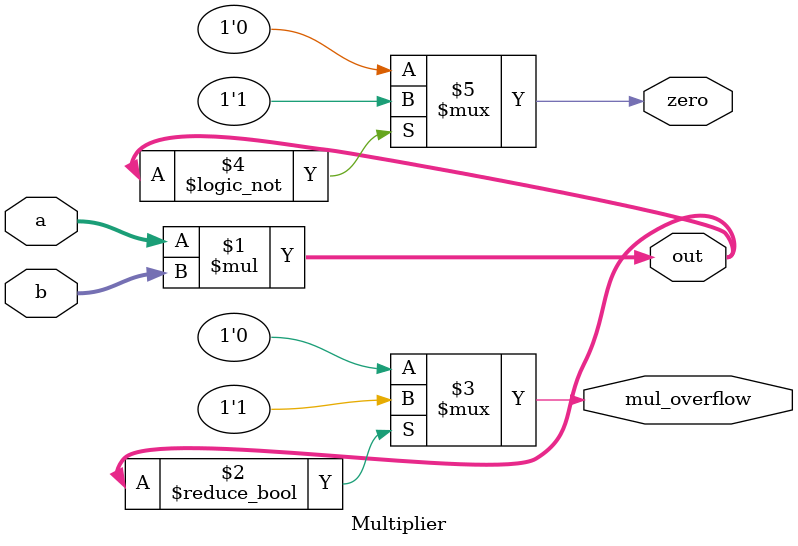
<source format=v>
module Multiplier(a, b, out, mul_overflow, zero); 
	input signed [15:0]a;
	input signed [15:0]b;
	output signed [15:0]out;
	output mul_overflow;
	output zero;
	
	assign out = a*b;
	assign mul_overflow = (out)? 1'b1 : 1'b0; 
	assign zero = (out == 0) ?1'b1:1'b0;
	
endmodule
	
	
</source>
